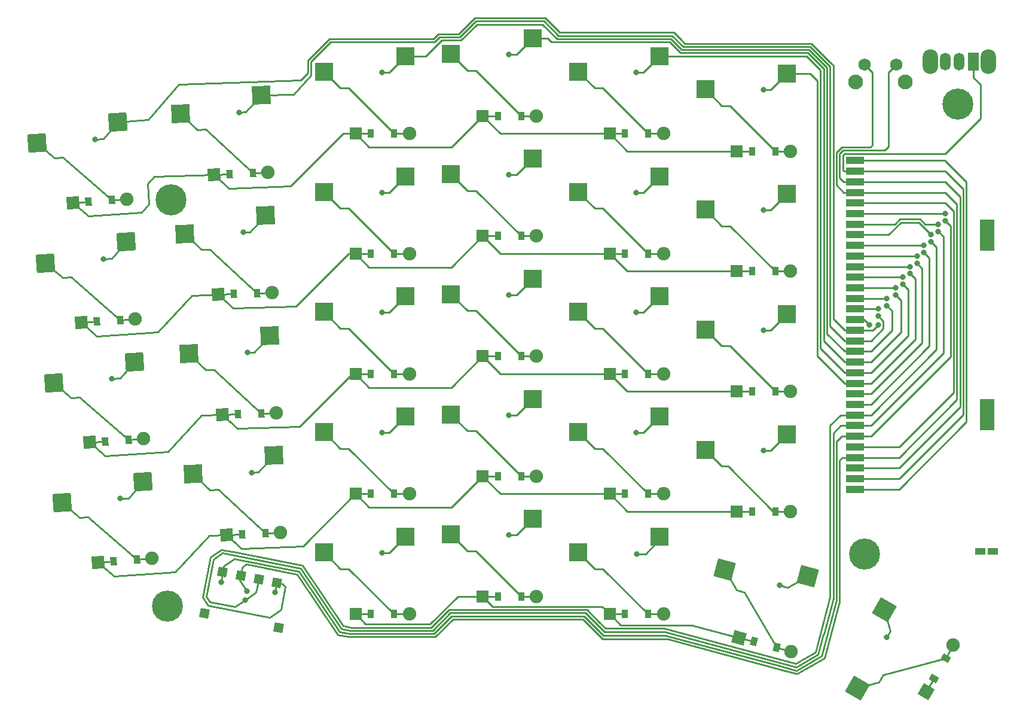
<source format=gbr>
%TF.GenerationSoftware,KiCad,Pcbnew,(6.0.11-0)*%
%TF.CreationDate,2023-06-20T20:04:49-05:00*%
%TF.ProjectId,typeboy,74797065-626f-4792-9e6b-696361645f70,v1.0.0*%
%TF.SameCoordinates,Original*%
%TF.FileFunction,Copper,L1,Top*%
%TF.FilePolarity,Positive*%
%FSLAX46Y46*%
G04 Gerber Fmt 4.6, Leading zero omitted, Abs format (unit mm)*
G04 Created by KiCad (PCBNEW (6.0.11-0)) date 2023-06-20 20:04:49*
%MOMM*%
%LPD*%
G01*
G04 APERTURE LIST*
G04 Aperture macros list*
%AMRotRect*
0 Rectangle, with rotation*
0 The origin of the aperture is its center*
0 $1 length*
0 $2 width*
0 $3 Rotation angle, in degrees counterclockwise*
0 Add horizontal line*
21,1,$1,$2,0,0,$3*%
G04 Aperture macros list end*
%TA.AperFunction,ComponentPad*%
%ADD10RotRect,1.778000X1.778000X4.000000*%
%TD*%
%TA.AperFunction,SMDPad,CuDef*%
%ADD11RotRect,0.900000X1.200000X4.000000*%
%TD*%
%TA.AperFunction,ComponentPad*%
%ADD12C,1.905000*%
%TD*%
%TA.AperFunction,SMDPad,CuDef*%
%ADD13R,0.900000X1.200000*%
%TD*%
%TA.AperFunction,ComponentPad*%
%ADD14R,1.778000X1.778000*%
%TD*%
%TA.AperFunction,ComponentPad*%
%ADD15RotRect,1.778000X1.778000X2.000000*%
%TD*%
%TA.AperFunction,SMDPad,CuDef*%
%ADD16RotRect,0.900000X1.200000X2.000000*%
%TD*%
%TA.AperFunction,SMDPad,CuDef*%
%ADD17R,2.600000X2.600000*%
%TD*%
%TA.AperFunction,SMDPad,CuDef*%
%ADD18RotRect,2.600000X2.600000X2.000000*%
%TD*%
%TA.AperFunction,ComponentPad*%
%ADD19O,2.200000X3.500000*%
%TD*%
%TA.AperFunction,ComponentPad*%
%ADD20R,1.500000X2.500000*%
%TD*%
%TA.AperFunction,ComponentPad*%
%ADD21O,1.500000X2.500000*%
%TD*%
%TA.AperFunction,SMDPad,CuDef*%
%ADD22RotRect,2.600000X2.600000X4.000000*%
%TD*%
%TA.AperFunction,ComponentPad*%
%ADD23C,0.700000*%
%TD*%
%TA.AperFunction,ComponentPad*%
%ADD24C,4.400000*%
%TD*%
%TA.AperFunction,SMDPad,CuDef*%
%ADD25RotRect,1.300000X1.300000X349.000000*%
%TD*%
%TA.AperFunction,SMDPad,CuDef*%
%ADD26RotRect,2.600000X2.600000X60.000000*%
%TD*%
%TA.AperFunction,ComponentPad*%
%ADD27C,2.100000*%
%TD*%
%TA.AperFunction,ComponentPad*%
%ADD28C,1.750000*%
%TD*%
%TA.AperFunction,SMDPad,CuDef*%
%ADD29RotRect,2.600000X2.600000X345.000000*%
%TD*%
%TA.AperFunction,SMDPad,CuDef*%
%ADD30R,2.500000X1.000000*%
%TD*%
%TA.AperFunction,SMDPad,CuDef*%
%ADD31R,2.000000X4.500000*%
%TD*%
%TA.AperFunction,ComponentPad*%
%ADD32RotRect,1.778000X1.778000X60.000000*%
%TD*%
%TA.AperFunction,SMDPad,CuDef*%
%ADD33RotRect,0.900000X1.200000X60.000000*%
%TD*%
%TA.AperFunction,ComponentPad*%
%ADD34RotRect,1.778000X1.778000X345.000000*%
%TD*%
%TA.AperFunction,SMDPad,CuDef*%
%ADD35RotRect,0.900000X1.200000X345.000000*%
%TD*%
%TA.AperFunction,ViaPad*%
%ADD36C,0.800000*%
%TD*%
%TA.AperFunction,Conductor*%
%ADD37C,0.250000*%
%TD*%
G04 APERTURE END LIST*
D10*
%TO.P,D2,1*%
%TO.N,row2*%
X70533541Y-173211506D03*
D11*
X72688279Y-173060832D03*
%TO.P,D2,2*%
%TO.N,outer_home*%
X75980241Y-172830636D03*
D12*
X78134979Y-172679962D03*
%TD*%
D13*
%TO.P,D26,1*%
%TO.N,row1*%
X164303498Y-149000430D03*
D14*
X162143498Y-149000430D03*
D12*
%TO.P,D26,2*%
%TO.N,inner_top*%
X169763498Y-149000430D03*
D13*
X167603498Y-149000430D03*
%TD*%
D15*
%TO.P,D8,1*%
%TO.N,row0*%
X88132611Y-135296916D03*
D16*
X90291295Y-135221533D03*
%TO.P,D8,2*%
%TO.N,pinky_num*%
X93589285Y-135106365D03*
D12*
X95747969Y-135030982D03*
%TD*%
D15*
%TO.P,D6,1*%
%TO.N,row2*%
X89319193Y-169276203D03*
D16*
X91477877Y-169200820D03*
D12*
%TO.P,D6,2*%
%TO.N,pinky_home*%
X96934551Y-169010269D03*
D16*
X94775867Y-169085652D03*
%TD*%
D17*
%TO.P,S15,1*%
%TO.N,col3*%
X133228500Y-167050421D03*
%TO.P,S15,2*%
%TO.N,middle_bottom*%
X121678500Y-169250421D03*
%TD*%
D13*
%TO.P,D25,1*%
%TO.N,row2*%
X164303496Y-166000428D03*
D14*
X162143496Y-166000428D03*
D12*
%TO.P,D25,2*%
%TO.N,inner_home*%
X169763496Y-166000428D03*
D13*
X167603496Y-166000428D03*
%TD*%
D17*
%TO.P,S16,1*%
%TO.N,col3*%
X133228489Y-150050416D03*
%TO.P,S16,2*%
%TO.N,middle_home*%
X121678489Y-152250416D03*
%TD*%
D18*
%TO.P,S7,1*%
%TO.N,col1*%
X95424441Y-141095966D03*
%TO.P,S7,2*%
%TO.N,pinky_top*%
X83958256Y-143697715D03*
%TD*%
D14*
%TO.P,D23,1*%
%TO.N,row0*%
X144143490Y-129500424D03*
D13*
X146303490Y-129500424D03*
%TO.P,D23,2*%
%TO.N,index_num*%
X149603490Y-129500424D03*
D12*
X151763490Y-129500424D03*
%TD*%
D14*
%TO.P,D10,1*%
%TO.N,row3*%
X108143499Y-180500426D03*
D13*
X110303499Y-180500426D03*
%TO.P,D10,2*%
%TO.N,ring_bottom*%
X113603499Y-180500426D03*
D12*
X115763499Y-180500426D03*
%TD*%
D17*
%TO.P,S21,1*%
%TO.N,col4*%
X151228500Y-152550426D03*
%TO.P,S21,2*%
%TO.N,index_home*%
X139678500Y-154750426D03*
%TD*%
%TO.P,S24,1*%
%TO.N,col5*%
X169228497Y-172050430D03*
%TO.P,S24,2*%
%TO.N,inner_bottom*%
X157678497Y-174250430D03*
%TD*%
D14*
%TO.P,D20,1*%
%TO.N,row3*%
X144143499Y-180500423D03*
D13*
X146303499Y-180500423D03*
D12*
%TO.P,D20,2*%
%TO.N,index_bottom*%
X151763499Y-180500423D03*
D13*
X149603499Y-180500423D03*
%TD*%
D19*
%TO.P,REF\u002A\u002A,*%
%TO.N,*%
X197753492Y-119350421D03*
X189553492Y-119350421D03*
D20*
%TO.P,REF\u002A\u002A,1*%
%TO.N,BATIN*%
X195653492Y-119350421D03*
D21*
%TO.P,REF\u002A\u002A,2*%
%TO.N,BATOUT*%
X193653492Y-119350421D03*
%TO.P,REF\u002A\u002A,3*%
%TO.N,N/C*%
X191653492Y-119350421D03*
%TD*%
D14*
%TO.P,D24,1*%
%TO.N,row3*%
X162143494Y-183000424D03*
D13*
X164303494Y-183000424D03*
%TO.P,D24,2*%
%TO.N,inner_bottom*%
X167603494Y-183000424D03*
D12*
X169763494Y-183000424D03*
%TD*%
D17*
%TO.P,S19,1*%
%TO.N,col3*%
X151228497Y-186550421D03*
%TO.P,S19,2*%
%TO.N,index_mod*%
X139678497Y-188750421D03*
%TD*%
D14*
%TO.P,D18,1*%
%TO.N,row0*%
X126143491Y-127000419D03*
D13*
X128303491Y-127000419D03*
D12*
%TO.P,D18,2*%
%TO.N,middle_num*%
X133763491Y-127000419D03*
D13*
X131603491Y-127000419D03*
%TD*%
D22*
%TO.P,S1,1*%
%TO.N,col0*%
X78023296Y-178752551D03*
%TO.P,S1,2*%
%TO.N,outer_bottom*%
X66654896Y-181752880D03*
%TD*%
D17*
%TO.P,S10,1*%
%TO.N,col2*%
X115228490Y-169550431D03*
%TO.P,S10,2*%
%TO.N,ring_bottom*%
X103678490Y-171750431D03*
%TD*%
D14*
%TO.P,D11,1*%
%TO.N,row2*%
X108143491Y-163500423D03*
D13*
X110303491Y-163500423D03*
D12*
%TO.P,D11,2*%
%TO.N,ring_home*%
X115763491Y-163500423D03*
D13*
X113603491Y-163500423D03*
%TD*%
D17*
%TO.P,S14,1*%
%TO.N,col2*%
X133228497Y-184050422D03*
%TO.P,S14,2*%
%TO.N,middle_mod*%
X121678497Y-186250422D03*
%TD*%
%TO.P,S11,1*%
%TO.N,col2*%
X115228497Y-152550426D03*
%TO.P,S11,2*%
%TO.N,ring_home*%
X103678497Y-154750426D03*
%TD*%
D16*
%TO.P,D5,1*%
%TO.N,row3*%
X92071165Y-186190471D03*
D15*
X89912481Y-186265854D03*
D16*
%TO.P,D5,2*%
%TO.N,pinky_bottom*%
X95369155Y-186075303D03*
D12*
X97527839Y-185999920D03*
%TD*%
D18*
%TO.P,S8,1*%
%TO.N,col1*%
X94831149Y-124106321D03*
%TO.P,S8,2*%
%TO.N,pinky_num*%
X83364964Y-126708070D03*
%TD*%
D17*
%TO.P,S26,1*%
%TO.N,col5*%
X169228500Y-138050419D03*
%TO.P,S26,2*%
%TO.N,inner_top*%
X157678500Y-140250419D03*
%TD*%
%TO.P,S27,1*%
%TO.N,col5*%
X169228502Y-121050420D03*
%TO.P,S27,2*%
%TO.N,inner_num*%
X157678502Y-123250420D03*
%TD*%
D11*
%TO.P,D1,1*%
%TO.N,row3*%
X73874136Y-190019429D03*
D10*
X71719398Y-190170103D03*
D12*
%TO.P,D1,2*%
%TO.N,outer_bottom*%
X79320836Y-189638559D03*
D11*
X77166098Y-189789233D03*
%TD*%
D23*
%TO.P,_1,1*%
%TO.N,N/C*%
X181420223Y-190217152D03*
D24*
X180253497Y-189050426D03*
D23*
X180253497Y-190700426D03*
X181420223Y-187883700D03*
X178603497Y-189050426D03*
X179086771Y-187883700D03*
X179086771Y-190217152D03*
X181903497Y-189050426D03*
X180253497Y-187400426D03*
%TD*%
D10*
%TO.P,D3,1*%
%TO.N,row1*%
X69347675Y-156252919D03*
D11*
X71502413Y-156102245D03*
%TO.P,D3,2*%
%TO.N,outer_top*%
X74794375Y-155872049D03*
D12*
X76949113Y-155721375D03*
%TD*%
D17*
%TO.P,S12,1*%
%TO.N,col2*%
X115228492Y-135550421D03*
%TO.P,S12,2*%
%TO.N,ring_top*%
X103678492Y-137750421D03*
%TD*%
D24*
%TO.P,_4,1*%
%TO.N,N/C*%
X82045650Y-138894545D03*
D23*
X82132004Y-140542284D03*
X83693389Y-138808191D03*
X80819461Y-137790480D03*
X83271839Y-139998610D03*
X83149715Y-137668356D03*
X81959296Y-137246806D03*
X80941585Y-140120734D03*
X80397911Y-138980899D03*
%TD*%
D16*
%TO.P,D7,1*%
%TO.N,row1*%
X90884587Y-152211177D03*
D15*
X88725903Y-152286560D03*
D16*
%TO.P,D7,2*%
%TO.N,pinky_top*%
X94182577Y-152096009D03*
D12*
X96341261Y-152020626D03*
%TD*%
D22*
%TO.P,S2,1*%
%TO.N,col0*%
X76837444Y-161793953D03*
%TO.P,S2,2*%
%TO.N,outer_home*%
X65469044Y-164794282D03*
%TD*%
D25*
%TO.P,REF\u002A\u002A,1*%
%TO.N,MISO*%
X97001251Y-193035153D03*
%TO.P,REF\u002A\u002A,2*%
%TO.N,NFC0*%
X94449020Y-192539050D03*
%TO.P,REF\u002A\u002A,3*%
%TO.N,GND*%
X91896790Y-192042946D03*
%TO.P,REF\u002A\u002A,4*%
%TO.N,NFC1*%
X89344559Y-191546843D03*
%TO.P,REF\u002A\u002A,MP*%
%TO.N,N/C*%
X97232054Y-199446996D03*
X86728643Y-197405340D03*
%TD*%
D14*
%TO.P,D15,1*%
%TO.N,row3*%
X126143496Y-178000420D03*
D13*
X128303496Y-178000420D03*
%TO.P,D15,2*%
%TO.N,middle_bottom*%
X131603496Y-178000420D03*
D12*
X133763496Y-178000420D03*
%TD*%
D13*
%TO.P,D12,1*%
%TO.N,row1*%
X110303496Y-146500429D03*
D14*
X108143496Y-146500429D03*
D12*
%TO.P,D12,2*%
%TO.N,ring_top*%
X115763496Y-146500429D03*
D13*
X113603496Y-146500429D03*
%TD*%
D26*
%TO.P,S29,1*%
%TO.N,col5*%
X183056860Y-196847937D03*
%TO.P,S29,2*%
%TO.N,space_cluster*%
X179187116Y-207950530D03*
%TD*%
D11*
%TO.P,D4,1*%
%TO.N,row0*%
X70316557Y-139143659D03*
D10*
X68161819Y-139294333D03*
D12*
%TO.P,D4,2*%
%TO.N,outer_num*%
X75763257Y-138762789D03*
D11*
X73608519Y-138913463D03*
%TD*%
D17*
%TO.P,S17,1*%
%TO.N,col3*%
X133228498Y-133050422D03*
%TO.P,S17,2*%
%TO.N,middle_top*%
X121678498Y-135250422D03*
%TD*%
D13*
%TO.P,D19,1*%
%TO.N,row4*%
X146303499Y-197500423D03*
D14*
X144143499Y-197500423D03*
D13*
%TO.P,D19,2*%
%TO.N,index_mod*%
X149603499Y-197500423D03*
D12*
X151763499Y-197500423D03*
%TD*%
D14*
%TO.P,D14,1*%
%TO.N,row4*%
X126143495Y-195000421D03*
D13*
X128303495Y-195000421D03*
%TO.P,D14,2*%
%TO.N,middle_mod*%
X131603495Y-195000421D03*
D12*
X133763495Y-195000421D03*
%TD*%
D27*
%TO.P,REF\u002A\u002A,*%
%TO.N,*%
X179003497Y-122222924D03*
X186013497Y-122222924D03*
D28*
%TO.P,REF\u002A\u002A,1*%
%TO.N,GND*%
X180253497Y-119732924D03*
%TO.P,REF\u002A\u002A,2*%
%TO.N,RST*%
X184753497Y-119732924D03*
%TD*%
D18*
%TO.P,S5,1*%
%TO.N,col1*%
X96611024Y-175075245D03*
%TO.P,S5,2*%
%TO.N,pinky_bottom*%
X85144839Y-177676994D03*
%TD*%
D17*
%TO.P,S22,1*%
%TO.N,col4*%
X151228498Y-135550425D03*
%TO.P,S22,2*%
%TO.N,index_top*%
X139678498Y-137750425D03*
%TD*%
D22*
%TO.P,S4,1*%
%TO.N,col0*%
X74465724Y-127876777D03*
%TO.P,S4,2*%
%TO.N,outer_num*%
X63097324Y-130877106D03*
%TD*%
D13*
%TO.P,D9,1*%
%TO.N,row4*%
X110303495Y-197500424D03*
D14*
X108143495Y-197500424D03*
D12*
%TO.P,D9,2*%
%TO.N,ring_mod*%
X115763495Y-197500424D03*
D13*
X113603495Y-197500424D03*
%TD*%
D23*
%TO.P,_3,1*%
%TO.N,N/C*%
X82570536Y-195158576D03*
X81603137Y-198049828D03*
X82733310Y-197486344D03*
X83134020Y-196288749D03*
D24*
X81488039Y-196403847D03*
D23*
X79842058Y-196518945D03*
X81372941Y-194757866D03*
X80405542Y-197649118D03*
X80242768Y-195321350D03*
%TD*%
D13*
%TO.P,D22,1*%
%TO.N,row1*%
X146303495Y-146500424D03*
D14*
X144143495Y-146500424D03*
D12*
%TO.P,D22,2*%
%TO.N,index_top*%
X151763495Y-146500424D03*
D13*
X149603495Y-146500424D03*
%TD*%
D17*
%TO.P,S25,1*%
%TO.N,col5*%
X169228500Y-155050424D03*
%TO.P,S25,2*%
%TO.N,inner_home*%
X157678500Y-157250424D03*
%TD*%
D29*
%TO.P,S28,1*%
%TO.N,col4*%
X172156876Y-192100783D03*
%TO.P,S28,2*%
%TO.N,layer_cluster*%
X160431031Y-191236460D03*
%TD*%
D17*
%TO.P,S13,1*%
%TO.N,col2*%
X115228493Y-118550418D03*
%TO.P,S13,2*%
%TO.N,ring_num*%
X103678493Y-120750418D03*
%TD*%
D30*
%TO.P,J2,1*%
%TO.N,BATOUT*%
X178903504Y-133337934D03*
%TO.P,J2,2*%
%TO.N,BATIN*%
X178903504Y-134837934D03*
%TO.P,J2,3*%
%TO.N,RST*%
X178903504Y-136337934D03*
%TO.P,J2,4*%
%TO.N,GND*%
X178903504Y-137837934D03*
%TO.P,J2,5*%
%TO.N,VCC*%
X178903504Y-139337934D03*
%TO.P,J2,6*%
%TO.N,MOSI*%
X178903504Y-140837934D03*
%TO.P,J2,7*%
%TO.N,MISO*%
X178903504Y-142337934D03*
%TO.P,J2,8*%
%TO.N,SCK*%
X178903504Y-143837934D03*
%TO.P,J2,9*%
%TO.N,IO_CS*%
X178903504Y-145337934D03*
%TO.P,J2,10*%
%TO.N,row5*%
X178903504Y-146837934D03*
%TO.P,J2,11*%
%TO.N,row4*%
X178903504Y-148337934D03*
%TO.P,J2,12*%
%TO.N,row3*%
X178903504Y-149837934D03*
%TO.P,J2,13*%
%TO.N,row2*%
X178903504Y-151337934D03*
%TO.P,J2,14*%
%TO.N,row1*%
X178903504Y-152837934D03*
%TO.P,J2,15*%
%TO.N,row0*%
X178903504Y-154337934D03*
%TO.P,J2,16*%
%TO.N,LCD_CS*%
X178903504Y-155837934D03*
%TO.P,J2,17*%
%TO.N,col0*%
X178903504Y-157337934D03*
%TO.P,J2,18*%
%TO.N,col1*%
X178903504Y-158837934D03*
%TO.P,J2,19*%
%TO.N,col2*%
X178903504Y-160337934D03*
%TO.P,J2,20*%
%TO.N,col3*%
X178903504Y-161837934D03*
%TO.P,J2,21*%
%TO.N,col4*%
X178903504Y-163337934D03*
%TO.P,J2,22*%
%TO.N,col5*%
X178903504Y-164837934D03*
%TO.P,J2,23*%
%TO.N,col6*%
X178903504Y-166337934D03*
%TO.P,J2,24*%
%TO.N,col7*%
X178903504Y-167837934D03*
%TO.P,J2,25*%
%TO.N,MISO*%
X178903504Y-169337934D03*
%TO.P,J2,26*%
%TO.N,NFC0*%
X178903504Y-170837934D03*
%TO.P,J2,27*%
%TO.N,NFC1*%
X178903504Y-172337934D03*
%TO.P,J2,28*%
%TO.N,VCC*%
X178903504Y-173837934D03*
%TO.P,J2,29*%
%TO.N,GND*%
X178903504Y-175337934D03*
%TO.P,J2,30*%
%TO.N,RST*%
X178903504Y-176837934D03*
%TO.P,J2,31*%
%TO.N,BATIN*%
X178903504Y-178337934D03*
%TO.P,J2,32*%
%TO.N,BATOUT*%
X178903504Y-179837934D03*
D31*
%TO.P,J2,GND*%
%TO.N,N/C*%
X197574304Y-143905894D03*
X197574304Y-169269974D03*
%TD*%
D17*
%TO.P,S18,1*%
%TO.N,col3*%
X133228497Y-116050422D03*
%TO.P,S18,2*%
%TO.N,middle_num*%
X121678497Y-118250422D03*
%TD*%
D14*
%TO.P,D16,1*%
%TO.N,row2*%
X126143504Y-161000422D03*
D13*
X128303504Y-161000422D03*
D12*
%TO.P,D16,2*%
%TO.N,middle_home*%
X133763504Y-161000422D03*
D13*
X131603504Y-161000422D03*
%TD*%
D32*
%TO.P,D29,1*%
%TO.N,row4*%
X188997338Y-208458723D03*
D33*
X190077338Y-206588108D03*
D12*
%TO.P,D29,2*%
%TO.N,space_cluster*%
X192807338Y-201859609D03*
D33*
X191727338Y-203730224D03*
%TD*%
D13*
%TO.P,D21,1*%
%TO.N,row2*%
X146303498Y-163500424D03*
D14*
X144143498Y-163500424D03*
D12*
%TO.P,D21,2*%
%TO.N,index_home*%
X151763498Y-163500424D03*
D13*
X149603498Y-163500424D03*
%TD*%
%TO.P,D27,1*%
%TO.N,row0*%
X164303496Y-132000423D03*
D14*
X162143496Y-132000423D03*
D13*
%TO.P,D27,2*%
%TO.N,inner_num*%
X167603496Y-132000423D03*
D12*
X169763496Y-132000423D03*
%TD*%
D17*
%TO.P,S23,1*%
%TO.N,col4*%
X151228492Y-118550424D03*
%TO.P,S23,2*%
%TO.N,index_num*%
X139678492Y-120750424D03*
%TD*%
D13*
%TO.P,D17,1*%
%TO.N,row1*%
X128303498Y-144000427D03*
D14*
X126143498Y-144000427D03*
D13*
%TO.P,D17,2*%
%TO.N,middle_top*%
X131603498Y-144000427D03*
D12*
X133763498Y-144000427D03*
%TD*%
D23*
%TO.P,_2,1*%
%TO.N,N/C*%
X194620221Y-124133695D03*
D24*
X193453495Y-125300421D03*
D23*
X193453495Y-126950421D03*
X191803495Y-125300421D03*
X194620221Y-126467147D03*
X192286769Y-126467147D03*
X192286769Y-124133695D03*
X193453495Y-123650421D03*
X195103495Y-125300421D03*
%TD*%
D22*
%TO.P,S3,1*%
%TO.N,col0*%
X75651592Y-144835371D03*
%TO.P,S3,2*%
%TO.N,outer_top*%
X64283192Y-147835700D03*
%TD*%
D17*
%TO.P,S20,1*%
%TO.N,col4*%
X151228493Y-169550428D03*
%TO.P,S20,2*%
%TO.N,index_bottom*%
X139678493Y-171750428D03*
%TD*%
D18*
%TO.P,S6,1*%
%TO.N,col1*%
X96017728Y-158085602D03*
%TO.P,S6,2*%
%TO.N,pinky_home*%
X84551543Y-160687351D03*
%TD*%
D34*
%TO.P,D28,1*%
%TO.N,row4*%
X162479227Y-200843955D03*
D35*
X164565626Y-201403005D03*
%TO.P,D28,2*%
%TO.N,layer_cluster*%
X167753182Y-202257107D03*
D12*
X169839581Y-202816157D03*
%TD*%
D17*
%TO.P,S9,1*%
%TO.N,col1*%
X115228497Y-186550422D03*
%TO.P,S9,2*%
%TO.N,ring_mod*%
X103678497Y-188750422D03*
%TD*%
D14*
%TO.P,D13,1*%
%TO.N,row0*%
X108143487Y-129500427D03*
D13*
X110303487Y-129500427D03*
%TO.P,D13,2*%
%TO.N,ring_num*%
X113603487Y-129500427D03*
D12*
X115763487Y-129500427D03*
%TD*%
D36*
%TO.N,col0*%
X73679194Y-164217128D03*
X74865060Y-181175717D03*
X71307486Y-130299952D03*
X182149494Y-156587939D03*
X72493345Y-147258539D03*
%TO.N,col1*%
X182149497Y-155337924D03*
X92236575Y-143489956D03*
X91643286Y-126500316D03*
X92829878Y-160479607D03*
X93423164Y-177469245D03*
X111899500Y-188837929D03*
%TO.N,col2*%
X111899495Y-137837925D03*
X129899495Y-186337927D03*
X111899490Y-120837926D03*
X111899507Y-154837924D03*
X111899497Y-171837937D03*
X183399490Y-153837923D03*
%TO.N,col3*%
X129899494Y-118337933D03*
X184649503Y-152337439D03*
X129899488Y-152337928D03*
X129899499Y-169337926D03*
X148000000Y-189000000D03*
X129899498Y-135337933D03*
%TO.N,col4*%
X147899486Y-120837938D03*
X168225583Y-193415201D03*
X147899504Y-171837930D03*
X147899496Y-154837929D03*
X185649498Y-150837936D03*
X147899501Y-137837927D03*
%TO.N,col5*%
X165899491Y-174337927D03*
X165899497Y-157337931D03*
X183369729Y-200769553D03*
X165899499Y-140337932D03*
X165899497Y-123337931D03*
X186649496Y-149337929D03*
%TO.N,row3*%
X185649491Y-149837934D03*
%TO.N,row2*%
X184649491Y-151337937D03*
%TO.N,row1*%
X183399499Y-152837938D03*
%TO.N,row0*%
X182149492Y-154337930D03*
%TO.N,row4*%
X186649508Y-148337927D03*
%TO.N,GND*%
X92775228Y-194273683D03*
%TO.N,MOSI*%
X191649496Y-140837935D03*
%TO.N,MISO*%
X189649494Y-144837935D03*
X96777983Y-194427370D03*
X190649499Y-142337933D03*
%TO.N,SCK*%
X189649498Y-143837933D03*
%TO.N,IO_CS*%
X188649499Y-145337935D03*
%TO.N,row5*%
X187649496Y-146837933D03*
%TO.N,LCD_CS*%
X180899495Y-156587926D03*
%TO.N,col6*%
X187649499Y-147837926D03*
%TO.N,col7*%
X188649494Y-146337438D03*
%TO.N,NFC0*%
X190649498Y-143337925D03*
X92536719Y-195500713D03*
%TO.N,NFC1*%
X191649493Y-141837934D03*
X89170370Y-192948598D03*
%TD*%
D37*
%TO.N,col0*%
X122754184Y-115401608D02*
X121626977Y-115401608D01*
X101376978Y-119165208D02*
X101376972Y-120801604D01*
X72427370Y-130221644D02*
X74465721Y-127876770D01*
X181399494Y-157337934D02*
X182149494Y-156587939D01*
X175799493Y-120301605D02*
X175799499Y-119806023D01*
X78800987Y-127573624D02*
X83148030Y-122572926D01*
X74465722Y-127876771D02*
X78800987Y-127573624D01*
X73679194Y-164217128D02*
X74799097Y-164138823D01*
X125004179Y-113151608D02*
X122754184Y-115401608D01*
X75984953Y-181097408D02*
X78023306Y-178752548D01*
X150376974Y-115201602D02*
X137049764Y-115201609D01*
X154734971Y-116750426D02*
X154206569Y-116222005D01*
X175535889Y-119542416D02*
X172743899Y-116750423D01*
X178903499Y-157337927D02*
X181399494Y-157337934D01*
X175799498Y-155724132D02*
X177413300Y-157337933D01*
X171998313Y-116750421D02*
X167626975Y-116750428D01*
X134999768Y-113151608D02*
X131376980Y-113151606D01*
X175799499Y-137124326D02*
X175799498Y-155724132D01*
X172743899Y-116750423D02*
X171998313Y-116750421D01*
X74865060Y-181175717D02*
X75984953Y-181097408D01*
X137049764Y-115201609D02*
X136138370Y-114290217D01*
X119190578Y-116101607D02*
X117626974Y-116101604D01*
X100387517Y-121970911D02*
X83148030Y-122572926D01*
X101380613Y-120905947D02*
X100387517Y-121970911D01*
X102308775Y-118233407D02*
X101376978Y-119165208D01*
X167626975Y-116750428D02*
X154734971Y-116750426D01*
X119890579Y-115401604D02*
X119190578Y-116101607D01*
X178903503Y-157337932D02*
X177413300Y-157337933D01*
X117626974Y-116101604D02*
X104440581Y-116101602D01*
X104440581Y-116101602D02*
X102308775Y-118233407D01*
X74799097Y-164138823D02*
X76837448Y-161793963D01*
X72493345Y-147258539D02*
X73613234Y-147180231D01*
X73613234Y-147180231D02*
X75651595Y-144835371D01*
X175799499Y-119806023D02*
X175535889Y-119542416D01*
X101376972Y-120801604D02*
X101380613Y-120905947D01*
X71307486Y-130299952D02*
X72427370Y-130221644D01*
X175799499Y-137124326D02*
X175799493Y-120301605D01*
X154206569Y-116222005D02*
X153186161Y-115201607D01*
X153186161Y-115201607D02*
X150376974Y-115201602D01*
X121626977Y-115401608D02*
X119890579Y-115401604D01*
X136138370Y-114290217D02*
X134999768Y-113151608D01*
X131376980Y-113151606D02*
X125004179Y-113151608D01*
%TO.N,outer_bottom*%
X70225264Y-183755653D02*
X69053130Y-183837619D01*
X69053130Y-183837619D02*
X66654900Y-181752873D01*
X77166095Y-189789230D02*
X70225264Y-183755653D01*
X77166095Y-189789230D02*
X79320836Y-189638558D01*
%TO.N,outer_home*%
X67867276Y-166879030D02*
X65469054Y-164794288D01*
X75980237Y-172830638D02*
X69039409Y-166797071D01*
X69039409Y-166797071D02*
X67867276Y-166879030D01*
X75980237Y-172830638D02*
X78134978Y-172679968D01*
%TO.N,outer_top*%
X67853553Y-149838481D02*
X66681412Y-149920441D01*
X66681412Y-149920441D02*
X64283189Y-147835701D01*
X74794379Y-155872048D02*
X76949119Y-155721374D01*
X74794379Y-155872048D02*
X67853553Y-149838481D01*
%TO.N,outer_num*%
X66667690Y-132879892D02*
X65495550Y-132961854D01*
X73608512Y-138913462D02*
X66667690Y-132879892D01*
X65495550Y-132961854D02*
X63097320Y-130877104D01*
X75763257Y-138762779D02*
X73608512Y-138913462D01*
%TO.N,col1*%
X92236575Y-143489956D02*
X93224160Y-143455471D01*
X182899495Y-157087933D02*
X182899501Y-156087931D01*
X101876974Y-121301609D02*
X101876975Y-119301606D01*
X182899501Y-156087931D02*
X182149497Y-155337924D01*
X120076974Y-115851606D02*
X122940577Y-115851609D01*
X92829878Y-160479607D02*
X93817452Y-160445118D01*
X175349497Y-119992420D02*
X175349493Y-137310725D01*
X152999774Y-115651607D02*
X154548584Y-117200426D01*
X178903500Y-158837933D02*
X177413300Y-158837931D01*
X94410748Y-177434756D02*
X96611027Y-175075253D01*
X175349493Y-137310725D02*
X175349493Y-156774123D01*
X93423164Y-177469245D02*
X94410748Y-177434756D01*
X181149496Y-158837929D02*
X182899495Y-157087933D01*
X154548584Y-117200426D02*
X172557500Y-117200424D01*
X134813372Y-113601601D02*
X136863372Y-115651607D01*
X91643286Y-126500316D02*
X92630871Y-126465826D01*
X119376973Y-116551603D02*
X120076974Y-115851606D01*
X136863372Y-115651607D02*
X152999774Y-115651607D01*
X177413300Y-158837931D02*
X175349493Y-156774123D01*
X104626971Y-116551608D02*
X119376973Y-116551603D01*
X178903495Y-158837932D02*
X181149496Y-158837929D01*
X172557500Y-117200424D02*
X175349497Y-119992420D01*
X112940984Y-188837936D02*
X115228501Y-186550422D01*
X93817452Y-160445118D02*
X96017732Y-158085611D01*
X122940577Y-115851609D02*
X125190578Y-113601602D01*
X99410659Y-123946404D02*
X101876974Y-121301609D01*
X92630871Y-126465826D02*
X94831150Y-124106317D01*
X125190578Y-113601602D02*
X134813372Y-113601601D01*
X111899500Y-188837929D02*
X112940984Y-188837936D01*
X101876975Y-119301606D02*
X104626971Y-116551608D01*
X94831148Y-124106321D02*
X99410659Y-123946404D01*
X93224160Y-143455471D02*
X95424437Y-141095967D01*
%TO.N,pinky_bottom*%
X88730338Y-179884497D02*
X87556056Y-179925509D01*
X87556056Y-179925509D02*
X85144839Y-177676998D01*
X97527842Y-185999912D02*
X95369158Y-186075298D01*
X95369158Y-186075298D02*
X88730338Y-179884497D01*
%TO.N,pinky_home*%
X94775872Y-169085653D02*
X88137050Y-162894855D01*
X88137050Y-162894855D02*
X86962770Y-162935857D01*
X94775872Y-169085653D02*
X96934553Y-169010271D01*
X86962770Y-162935857D02*
X84551538Y-160687356D01*
%TO.N,pinky_top*%
X87543761Y-145905207D02*
X86369466Y-145946217D01*
X94182571Y-152096012D02*
X87543761Y-145905207D01*
X96341254Y-152020620D02*
X94182571Y-152096012D01*
X86369466Y-145946217D02*
X83958255Y-143697715D01*
%TO.N,pinky_num*%
X85776185Y-128956569D02*
X83364962Y-126708066D01*
X93589287Y-135106361D02*
X86950468Y-128915564D01*
X93589287Y-135106361D02*
X95747963Y-135030981D01*
X86950468Y-128915564D02*
X85776185Y-128956569D01*
%TO.N,col2*%
X112940982Y-154837930D02*
X115228497Y-152550421D01*
X178903504Y-160337934D02*
X177413300Y-160337936D01*
X111899507Y-154837924D02*
X112940982Y-154837930D01*
X134626978Y-114051604D02*
X125376983Y-114051610D01*
X174899495Y-157824131D02*
X174899495Y-120178814D01*
X129899495Y-186337927D02*
X130940988Y-186337931D01*
X172371096Y-117650422D02*
X154362186Y-117650421D01*
X125376983Y-114051610D02*
X123126972Y-116301603D01*
X178903491Y-160337932D02*
X181149492Y-160337930D01*
X111899497Y-171837937D02*
X112940989Y-171837929D01*
X130940988Y-186337931D02*
X133228501Y-184050425D01*
X152813365Y-116101605D02*
X136676976Y-116101604D01*
X120376977Y-116301609D02*
X118128165Y-118550425D01*
X112940989Y-171837929D02*
X115228498Y-169550426D01*
X123126972Y-116301603D02*
X120376977Y-116301609D01*
X154362186Y-117650421D02*
X152813365Y-116101605D01*
X184149503Y-157337934D02*
X184149497Y-154587933D01*
X184149497Y-154587933D02*
X183399490Y-153837923D01*
X174899495Y-120178814D02*
X172371096Y-117650422D01*
X177413300Y-160337936D02*
X174899495Y-157824131D01*
X112940987Y-137837936D02*
X115228495Y-135550425D01*
X111899495Y-137837925D02*
X112940987Y-137837936D01*
X181149492Y-160337930D02*
X184149503Y-157337934D01*
X111899490Y-120837926D02*
X112940989Y-120837934D01*
X118128165Y-118550425D02*
X115228486Y-118550423D01*
X136676976Y-116101604D02*
X134626978Y-114051604D01*
X112940989Y-120837934D02*
X115228490Y-118550425D01*
%TO.N,ring_mod*%
X107191009Y-191087933D02*
X106016007Y-191087930D01*
X106016007Y-191087930D02*
X103678494Y-188750419D01*
X113603502Y-197500433D02*
X115763496Y-197500424D01*
X113603502Y-197500433D02*
X107191009Y-191087933D01*
%TO.N,ring_bottom*%
X106016005Y-174087936D02*
X103678495Y-171750419D01*
X113603491Y-180500427D02*
X115763495Y-180500426D01*
X113603491Y-180500427D02*
X107191003Y-174087935D01*
X107191003Y-174087935D02*
X106016005Y-174087936D01*
%TO.N,ring_home*%
X113603495Y-163500429D02*
X107191003Y-157087930D01*
X113603495Y-163500429D02*
X115763494Y-163500424D01*
X106016007Y-157087930D02*
X103678497Y-154750428D01*
X107191003Y-157087930D02*
X106016007Y-157087930D01*
%TO.N,ring_top*%
X113603494Y-146500416D02*
X115763501Y-146500427D01*
X107191004Y-140087926D02*
X106016003Y-140087929D01*
X106016003Y-140087929D02*
X103678496Y-137750430D01*
X113603494Y-146500416D02*
X107191004Y-140087926D01*
%TO.N,ring_num*%
X106016004Y-123087935D02*
X106399488Y-123087932D01*
X113603502Y-129500422D02*
X107191009Y-123087933D01*
X115763494Y-129500421D02*
X113603502Y-129500422D01*
X103678492Y-120750431D02*
X106016004Y-123087935D01*
X107191009Y-123087933D02*
X106399488Y-123087932D01*
%TO.N,col3*%
X181149502Y-161837927D02*
X185399493Y-157587933D01*
X174449495Y-158874117D02*
X174449498Y-120365210D01*
X129899498Y-135337933D02*
X130940991Y-135337925D01*
X148000000Y-189000000D02*
X149228914Y-189000000D01*
X178903490Y-161837928D02*
X181149502Y-161837927D01*
X154175791Y-118100423D02*
X152626980Y-116551602D01*
X172184710Y-118100423D02*
X154175791Y-118100423D01*
X130940988Y-169337935D02*
X133228500Y-167050423D01*
X129899499Y-169337926D02*
X130940988Y-169337935D01*
X178903497Y-161837934D02*
X177413297Y-161837934D01*
X185399493Y-157587933D02*
X185399501Y-153087431D01*
X174449498Y-120365210D02*
X172184710Y-118100423D01*
X177413297Y-161837934D02*
X177413297Y-161837919D01*
X149228914Y-189000000D02*
X151228497Y-187000417D01*
X129899494Y-118337933D02*
X130940987Y-118337927D01*
X130940995Y-152337936D02*
X133228496Y-150050429D01*
X135375792Y-116050421D02*
X133228499Y-116050416D01*
X130940987Y-118337927D02*
X133228499Y-116050421D01*
X130940991Y-135337925D02*
X133228492Y-133050419D01*
X177413297Y-161837919D02*
X174449495Y-158874117D01*
X135876971Y-116551604D02*
X135375792Y-116050421D01*
X152626980Y-116551602D02*
X135876971Y-116551604D01*
X185399501Y-153087431D02*
X184649503Y-152337439D01*
X129899488Y-152337928D02*
X130940995Y-152337936D01*
%TO.N,middle_mod*%
X131603497Y-195000424D02*
X125191011Y-188587938D01*
X125191011Y-188587938D02*
X124016001Y-188587933D01*
X131603497Y-195000424D02*
X133763499Y-195000417D01*
X124016001Y-188587933D02*
X121678503Y-186250420D01*
%TO.N,middle_bottom*%
X125191007Y-171587931D02*
X124016003Y-171587929D01*
X124016003Y-171587929D02*
X121678499Y-169250422D01*
X131603496Y-178000424D02*
X125191007Y-171587931D01*
X131603496Y-178000424D02*
X133763497Y-178000424D01*
%TO.N,middle_home*%
X131603502Y-161000424D02*
X133763499Y-161000420D01*
X125191003Y-154587930D02*
X124016003Y-154587932D01*
X131603493Y-161000425D02*
X125191003Y-154587930D01*
X124016003Y-154587932D02*
X121678492Y-152250419D01*
%TO.N,middle_top*%
X125191002Y-137587934D02*
X124016009Y-137587925D01*
X133763492Y-144000418D02*
X131603496Y-144000421D01*
X124016009Y-137587925D02*
X121678492Y-135250423D01*
X131603496Y-144000421D02*
X125191002Y-137587934D01*
%TO.N,middle_num*%
X131603493Y-127000424D02*
X125191007Y-120587925D01*
X125191007Y-120587925D02*
X124016003Y-120587927D01*
X131603493Y-127000424D02*
X133763497Y-127000420D01*
X124016003Y-120587927D02*
X121678496Y-118250423D01*
%TO.N,col4*%
X186399498Y-151587929D02*
X185649498Y-150837936D01*
X168225583Y-193415201D02*
X169355747Y-193718028D01*
X147899504Y-171837930D02*
X148940983Y-171837937D01*
X177413298Y-163337935D02*
X177413298Y-163337927D01*
X148940987Y-154837934D02*
X151228493Y-152550418D01*
X151228498Y-118550426D02*
X171998314Y-118550425D01*
X147899501Y-137837927D02*
X148940984Y-137837936D01*
X173999497Y-120551608D02*
X173999497Y-159924126D01*
X148940983Y-171837937D02*
X151228500Y-169550424D01*
X171998314Y-118550425D02*
X173999497Y-120551608D01*
X186399497Y-158087939D02*
X186399498Y-151587929D01*
X181149499Y-163337930D02*
X186399497Y-158087939D01*
X178903491Y-163337931D02*
X181149499Y-163337930D01*
X147899486Y-120837938D02*
X148940987Y-120837938D01*
X178903499Y-163337934D02*
X177413298Y-163337935D01*
X147899496Y-154837929D02*
X148940987Y-154837934D01*
X148940984Y-137837936D02*
X151228497Y-135550419D01*
X169355747Y-193718028D02*
X172156877Y-192100789D01*
X177413298Y-163337927D02*
X173999497Y-159924126D01*
X148940987Y-120837938D02*
X151228490Y-118550428D01*
%TO.N,index_mod*%
X151763494Y-197500422D02*
X149603493Y-197500428D01*
X149603493Y-197500428D02*
X143191006Y-191087922D01*
X142016011Y-191087938D02*
X139678500Y-188750426D01*
X143191006Y-191087922D02*
X142016011Y-191087938D01*
%TO.N,index_bottom*%
X143191007Y-174087928D02*
X142016006Y-174087925D01*
X149603492Y-180500423D02*
X143191007Y-174087928D01*
X142016006Y-174087925D02*
X139678505Y-171750421D01*
X149603492Y-180500423D02*
X151763495Y-180500427D01*
%TO.N,index_home*%
X143191005Y-157087933D02*
X142015999Y-157087931D01*
X149603496Y-163500424D02*
X151763495Y-163500426D01*
X142015999Y-157087931D02*
X139678496Y-154750421D01*
X149603496Y-163500424D02*
X143191005Y-157087933D01*
%TO.N,index_top*%
X142016006Y-140087935D02*
X139678500Y-137750420D01*
X149603502Y-146500420D02*
X151763494Y-146500424D01*
X143191001Y-140087926D02*
X142016006Y-140087935D01*
X149603502Y-146500420D02*
X143191001Y-140087926D01*
%TO.N,index_num*%
X149603501Y-129500413D02*
X143191001Y-123087927D01*
X149603501Y-129500413D02*
X151763501Y-129500424D01*
X143191001Y-123087927D02*
X142016004Y-123087926D01*
X142016004Y-123087926D02*
X139678492Y-120750415D01*
%TO.N,col5*%
X187399500Y-151946069D02*
X187399495Y-158587937D01*
X165899497Y-123337931D02*
X166940988Y-123337929D01*
X187399497Y-150087934D02*
X187399500Y-151946069D01*
X177413301Y-164837935D02*
X173549498Y-160974134D01*
X187399495Y-158587937D02*
X181149502Y-164837934D01*
X166940989Y-140337935D02*
X169228496Y-138050428D01*
X166940988Y-157337930D02*
X169228495Y-155050424D01*
X165899491Y-174337927D02*
X166940988Y-174337928D01*
X187399499Y-150087933D02*
X187399500Y-151946069D01*
X165899499Y-140337932D02*
X166940989Y-140337935D01*
X166940988Y-123337929D02*
X169228495Y-121050423D01*
X183873747Y-199896578D02*
X183056861Y-196847931D01*
X183369729Y-200769553D02*
X183873747Y-199896578D01*
X169228496Y-121050425D02*
X172548321Y-121050422D01*
X173549496Y-122051610D02*
X173549498Y-160974134D01*
X166940988Y-174337928D02*
X169228498Y-172050426D01*
X186649496Y-149337929D02*
X187399497Y-150087934D01*
X172548321Y-121050422D02*
X173549496Y-122051610D01*
X181149502Y-164837934D02*
X178903494Y-164837933D01*
X178903505Y-164837930D02*
X177413301Y-164837935D01*
X165899497Y-157337931D02*
X166940988Y-157337930D01*
%TO.N,inner_bottom*%
X167311986Y-183000417D02*
X160899497Y-176587929D01*
X167603501Y-183000421D02*
X167311986Y-183000417D01*
X160016004Y-176587929D02*
X157678487Y-174250422D01*
X160899497Y-176587929D02*
X160016004Y-176587929D01*
X167603501Y-183000421D02*
X169763492Y-183000425D01*
%TO.N,inner_home*%
X160016009Y-159587930D02*
X157678493Y-157250430D01*
X167603499Y-166000425D02*
X169763497Y-166000422D01*
X161191007Y-159587933D02*
X160016009Y-159587930D01*
X167603499Y-166000425D02*
X161191007Y-159587933D01*
%TO.N,inner_top*%
X167603482Y-149000424D02*
X161191006Y-142587929D01*
X167603482Y-149000424D02*
X169763492Y-149000424D01*
X161191006Y-142587929D02*
X160016004Y-142587929D01*
X160016004Y-142587929D02*
X157678496Y-140250424D01*
%TO.N,inner_num*%
X160016005Y-125587932D02*
X157678495Y-123250420D01*
X167603495Y-132000421D02*
X161191008Y-125587931D01*
X161191008Y-125587931D02*
X160016005Y-125587932D01*
X169763500Y-132000427D02*
X167603495Y-132000421D01*
%TO.N,layer_cluster*%
X163218587Y-194402959D02*
X162083624Y-194098837D01*
X167753179Y-202257101D02*
X163218587Y-194402959D01*
X167753179Y-202257101D02*
X169839579Y-202816149D01*
X162083624Y-194098837D02*
X160431034Y-191236467D01*
%TO.N,space_cluster*%
X182891563Y-206097762D02*
X182304066Y-207115340D01*
X182304066Y-207115340D02*
X179187111Y-207950525D01*
X191727332Y-203730223D02*
X182891563Y-206097762D01*
X191727332Y-203730223D02*
X192807340Y-201859603D01*
%TO.N,row3*%
X162143493Y-183000423D02*
X146643502Y-183000427D01*
X146643502Y-183000427D02*
X144143497Y-180500419D01*
X108143495Y-180500420D02*
X110303499Y-180500423D01*
X108143492Y-180500419D02*
X108141027Y-180500415D01*
X185649491Y-149837934D02*
X178903500Y-149837932D01*
X82637024Y-191510468D02*
X73959364Y-192117271D01*
X108141027Y-180500415D02*
X100706239Y-187935216D01*
X126143496Y-178000427D02*
X128303495Y-178000425D01*
X126143490Y-178000432D02*
X121708705Y-182435214D01*
X73959364Y-192117271D02*
X71719399Y-190170100D01*
X121708705Y-182435214D02*
X110078289Y-182435212D01*
X92027656Y-188238281D02*
X89912484Y-186265844D01*
X87447453Y-186351928D02*
X82637024Y-191510468D01*
X110078289Y-182435212D02*
X108143492Y-180500419D01*
X128643501Y-180500420D02*
X126143490Y-178000432D01*
X144143497Y-180500419D02*
X146303493Y-180500425D01*
X162143498Y-183000426D02*
X164303496Y-183000420D01*
X89912484Y-186265844D02*
X87447453Y-186351928D01*
X71719394Y-190170103D02*
X73874135Y-190019423D01*
X100706239Y-187935216D02*
X92027656Y-188238281D01*
X144143497Y-180500419D02*
X128643501Y-180500420D01*
X92071169Y-186190465D02*
X89912484Y-186265844D01*
%TO.N,row2*%
X144143496Y-163500425D02*
X146303494Y-163500421D01*
X162143501Y-166000427D02*
X164303498Y-166000418D01*
X162143496Y-166000421D02*
X146643497Y-166000426D01*
X178903502Y-151337934D02*
X184649491Y-151337937D01*
X91427029Y-171241791D02*
X89319192Y-169276195D01*
X91477875Y-169200821D02*
X89319192Y-169276195D01*
X128643496Y-163500426D02*
X126143495Y-161000427D01*
X121708703Y-165435216D02*
X110078290Y-165435214D01*
X108143492Y-163500421D02*
X107641022Y-163500429D01*
X72733612Y-175124002D02*
X70533532Y-173211498D01*
X110078290Y-165435214D02*
X108143492Y-163500421D01*
X128303503Y-161000423D02*
X126143501Y-161000428D01*
X86354466Y-169379729D02*
X81574324Y-174505801D01*
X107641022Y-163500429D02*
X100206233Y-170935216D01*
X108143493Y-163500424D02*
X110303488Y-163500422D01*
X100206233Y-170935216D02*
X91427029Y-171241791D01*
X89319192Y-169276195D02*
X86354466Y-169379729D01*
X144143496Y-163500425D02*
X128643496Y-163500426D01*
X146643497Y-166000426D02*
X144143496Y-163500425D01*
X70533535Y-173211496D02*
X72688275Y-173060837D01*
X81574324Y-174505801D02*
X72733612Y-175124002D01*
X126143495Y-161000427D02*
X121708703Y-165435216D01*
%TO.N,row1*%
X128643497Y-146500423D02*
X126143492Y-144000427D01*
X144143495Y-146500418D02*
X146303495Y-146500418D01*
X90826402Y-154245301D02*
X88725898Y-152286559D01*
X99706239Y-153935214D02*
X90826402Y-154245301D01*
X108143496Y-146500419D02*
X110303496Y-146500422D01*
X121706227Y-148435216D02*
X110078286Y-148435215D01*
X108143493Y-146500424D02*
X107141014Y-146500419D01*
X162143494Y-149000426D02*
X146643497Y-149000426D01*
X90884589Y-152211171D02*
X88725898Y-152286557D01*
X85011633Y-152416261D02*
X80201205Y-157574818D01*
X126143492Y-144000427D02*
X126141021Y-144000423D01*
X178903502Y-152837933D02*
X183399499Y-152837938D01*
X146643497Y-149000426D02*
X144143499Y-146500418D01*
X69347684Y-156252919D02*
X71502416Y-156102244D01*
X128303490Y-144000427D02*
X126143493Y-144000424D01*
X144143499Y-146500418D02*
X128643497Y-146500423D01*
X88725898Y-152286559D02*
X85011633Y-152416261D01*
X107141014Y-146500419D02*
X99706239Y-153935214D01*
X126141021Y-144000423D02*
X121706227Y-148435216D01*
X80201205Y-157574818D02*
X71563191Y-158178842D01*
X71563191Y-158178842D02*
X69347684Y-156252919D01*
X162143494Y-149000426D02*
X164303496Y-149000423D01*
X110078286Y-148435215D02*
X108143493Y-146500424D01*
%TO.N,row0*%
X144143496Y-129500421D02*
X128643497Y-129500415D01*
X162143498Y-132000419D02*
X146643491Y-132000423D01*
X146303496Y-129500425D02*
X144143498Y-129500424D01*
X126143495Y-127000427D02*
X128303503Y-127000420D01*
X178903494Y-154337934D02*
X182149492Y-154337930D01*
X106391024Y-129500417D02*
X98956229Y-136935220D01*
X121708707Y-131435211D02*
X110078287Y-131435216D01*
X79671235Y-135592395D02*
X78718772Y-136613776D01*
X88132609Y-135296913D02*
X90291294Y-135221531D01*
X110078287Y-131435216D02*
X108143493Y-129500417D01*
X128643497Y-129500415D02*
X126143501Y-127000422D01*
X98956229Y-136935220D02*
X90216746Y-137240402D01*
X164303498Y-132000425D02*
X162143499Y-132000420D01*
X77907073Y-140633586D02*
X70313310Y-141164596D01*
X146643491Y-132000423D02*
X144143496Y-129500421D01*
X70316557Y-139143658D02*
X68161817Y-139294336D01*
X78918503Y-139470079D02*
X77907073Y-140633586D01*
X110303488Y-129500419D02*
X108143494Y-129500420D01*
X78718772Y-136613776D02*
X78918503Y-139470079D01*
X126143501Y-127000422D02*
X121708707Y-131435211D01*
X90216746Y-137240402D02*
X88132610Y-135296913D01*
X70313310Y-141164596D02*
X68161817Y-139294336D01*
X88132610Y-135296913D02*
X79671235Y-135592395D01*
X108143493Y-129500417D02*
X106391024Y-129500417D01*
%TO.N,row4*%
X122641027Y-195000415D02*
X126143502Y-195000421D01*
X144143505Y-197500421D02*
X146303494Y-197500421D01*
X109578286Y-198935215D02*
X118706230Y-198935216D01*
X143078289Y-196435213D02*
X144143505Y-197500418D01*
X127578288Y-196435222D02*
X143078289Y-196435213D01*
X164565619Y-201403001D02*
X162479223Y-200843949D01*
X178903494Y-148337931D02*
X186649508Y-148337927D01*
X118706230Y-198935216D02*
X122641027Y-195000415D01*
X126143502Y-195000421D02*
X127578288Y-196435222D01*
X188997339Y-208458725D02*
X190077343Y-206588105D01*
X126143502Y-195000421D02*
X128303494Y-195000421D01*
X144143504Y-197500426D02*
X145690706Y-199047626D01*
X162479223Y-200843949D02*
X155775265Y-199047623D01*
X108143495Y-197500423D02*
X109578286Y-198935215D01*
X145690706Y-199047626D02*
X155775265Y-199047623D01*
X108143494Y-197500426D02*
X110303495Y-197500424D01*
%TO.N,BATOUT*%
X194649502Y-170320162D02*
X185131731Y-179837927D01*
X194649490Y-136337933D02*
X194649502Y-170320162D01*
X185131731Y-179837927D02*
X178903493Y-179837936D01*
X178903502Y-133337936D02*
X191649498Y-133337933D01*
X191703567Y-133392003D02*
X191649496Y-133337930D01*
X191703567Y-133392003D02*
X194649490Y-136337933D01*
X191649498Y-133337933D02*
X191703567Y-133392003D01*
%TO.N,BATIN*%
X195653492Y-121591929D02*
X195653492Y-119350421D01*
X185131726Y-178337928D02*
X194199501Y-169270162D01*
X178903498Y-178337931D02*
X185131726Y-178337928D01*
X191649502Y-134837934D02*
X178903491Y-134837929D01*
X194199501Y-169270162D02*
X194199499Y-137387929D01*
X178903491Y-134837929D02*
X177298325Y-134837937D01*
X196649496Y-127337929D02*
X196649499Y-122587934D01*
X194199499Y-137387929D02*
X191649502Y-134837934D01*
X191649492Y-132337929D02*
X196649496Y-127337929D01*
X196649499Y-122587934D02*
X195653492Y-121591929D01*
X177149502Y-132587925D02*
X177399492Y-132337936D01*
X177149502Y-134689114D02*
X177298325Y-134837937D01*
X177149502Y-132587925D02*
X177149502Y-134689114D01*
X177399492Y-132337936D02*
X191649492Y-132337929D01*
%TO.N,RST*%
X177298325Y-136337928D02*
X176699489Y-135739092D01*
X176699495Y-132401532D02*
X177213101Y-131887927D01*
X193749497Y-168220165D02*
X193749502Y-138437937D01*
X178903499Y-136337932D02*
X177298325Y-136337928D01*
X176699496Y-134285818D02*
X176699495Y-132401532D01*
X183649498Y-120836924D02*
X184753502Y-119732916D01*
X176699489Y-135739092D02*
X176699490Y-134285825D01*
X176699490Y-134285825D02*
X176699496Y-134285818D01*
X193749502Y-138437937D02*
X191649499Y-136337931D01*
X178903498Y-176837933D02*
X185131728Y-176837938D01*
X183649493Y-131337935D02*
X183649498Y-120836924D01*
X191649499Y-136337931D02*
X178903499Y-136337932D01*
X185131728Y-176837938D02*
X193749497Y-168220165D01*
X177213101Y-131887927D02*
X183099493Y-131887932D01*
X183099493Y-131887932D02*
X183649493Y-131337935D01*
%TO.N,GND*%
X176249488Y-136789099D02*
X176249489Y-135985825D01*
X91756700Y-192763649D02*
X92775228Y-194273683D01*
X181358513Y-120837933D02*
X180253497Y-119732924D01*
X105672369Y-200457226D02*
X107102475Y-200735210D01*
X140357848Y-198235213D02*
X121951819Y-198235214D01*
X193299498Y-167170169D02*
X193299497Y-139487934D01*
X91896791Y-192042956D02*
X91756700Y-192763649D01*
X93241731Y-190563509D02*
X99867715Y-191851472D01*
X119451813Y-200735210D02*
X119451817Y-200735214D01*
X178903501Y-175337932D02*
X177104275Y-175337933D01*
X176715186Y-175727027D02*
X176715188Y-195752190D01*
X191649492Y-137837936D02*
X177298325Y-137837936D01*
X92123836Y-190874884D02*
X92732280Y-190464485D01*
X174579816Y-203721521D02*
X170670580Y-205978514D01*
X152115941Y-201006809D02*
X143129448Y-201006812D01*
X185131732Y-175337924D02*
X193299498Y-167170169D01*
X176715188Y-195752190D02*
X174579816Y-203721521D01*
X170670580Y-205978514D02*
X168662261Y-205440381D01*
X178903491Y-175337927D02*
X185131732Y-175337924D01*
X121951819Y-198235214D02*
X119451817Y-200735214D01*
X140509617Y-198386974D02*
X140357848Y-198235213D01*
X152362363Y-201072842D02*
X152115941Y-201006809D01*
X177104275Y-175337933D02*
X176715186Y-175727027D01*
X107102475Y-200735210D02*
X119451813Y-200735210D01*
X181049497Y-131437933D02*
X181358500Y-131128922D01*
X176249493Y-132215143D02*
X177026696Y-131437931D01*
X176249489Y-135985825D02*
X176249493Y-132215143D01*
X91896791Y-192042956D02*
X92123836Y-190874884D01*
X168662261Y-205440381D02*
X152362363Y-201072842D01*
X193299497Y-139487934D02*
X191649492Y-137837936D01*
X177026696Y-131437931D02*
X181049497Y-131437933D01*
X99867715Y-191851472D02*
X105672369Y-200457226D01*
X142634615Y-200511975D02*
X140509617Y-198386974D01*
X92732280Y-190464485D02*
X93241731Y-190563509D01*
X177298325Y-137837936D02*
X176249488Y-136789099D01*
X181358500Y-131128922D02*
X181358513Y-120837933D01*
X143129448Y-201006812D02*
X142634615Y-200511975D01*
%TO.N,VCC*%
X191649490Y-139337927D02*
X178903498Y-139337930D01*
X178903493Y-173837929D02*
X185131726Y-173837934D01*
X192849490Y-166120166D02*
X192849495Y-140537933D01*
X192849495Y-140537933D02*
X191649490Y-139337927D01*
X185131726Y-173837934D02*
X192849490Y-166120166D01*
%TO.N,MOSI*%
X191649496Y-140837935D02*
X178903492Y-140837932D01*
%TO.N,MISO*%
X87294663Y-196264515D02*
X95977787Y-197952343D01*
X188785899Y-142337930D02*
X190649499Y-142337933D01*
X188085891Y-141637927D02*
X188785899Y-142337930D01*
X97872192Y-193204445D02*
X97001252Y-193035154D01*
X175365185Y-195077027D02*
X173262861Y-202923010D01*
X142678711Y-198646888D02*
X140917045Y-196885216D01*
X90785640Y-188710829D02*
X89175038Y-188397758D01*
X181149493Y-169337929D02*
X178903500Y-169337929D01*
X89175038Y-188397758D02*
X87598374Y-189461228D01*
X140917045Y-196885216D02*
X121392628Y-196885212D01*
X184513096Y-142337933D02*
X185213090Y-141637927D01*
X86503848Y-195092081D02*
X87294663Y-196264515D01*
X95977787Y-197952343D02*
X97575697Y-196874542D01*
X118892625Y-199385211D02*
X107600284Y-199385217D01*
X143554195Y-199522361D02*
X142678711Y-198646888D01*
X87598374Y-189461228D02*
X86503848Y-195092081D01*
X173262861Y-202923010D02*
X170479852Y-204529782D01*
X189649494Y-144837935D02*
X190399498Y-145587932D01*
X121392628Y-196885212D02*
X118892625Y-199385211D01*
X151791920Y-199522366D02*
X143554195Y-199522361D01*
X178903495Y-142337936D02*
X184513096Y-142337933D01*
X185213090Y-141637927D02*
X188085891Y-141637927D01*
X106423379Y-199156450D02*
X100666463Y-190621471D01*
X97575697Y-196874542D02*
X98195825Y-193684250D01*
X170479852Y-204529782D02*
X151791920Y-199522366D01*
X175365183Y-170827024D02*
X175365185Y-195077027D01*
X100666463Y-190621471D02*
X90797138Y-188703072D01*
X190399498Y-145587932D02*
X190399495Y-160087927D01*
X90797138Y-188703072D02*
X90785640Y-188710829D01*
X98195825Y-193684250D02*
X97872192Y-193204445D01*
X96741223Y-194372873D02*
X96777983Y-194427370D01*
X178903505Y-169337931D02*
X176876096Y-169337934D01*
X107600284Y-199385217D02*
X106423379Y-199156450D01*
X176865186Y-169327019D02*
X175365183Y-170827024D01*
X97001252Y-193035154D02*
X96741223Y-194372873D01*
X190399495Y-160087927D02*
X181149493Y-169337929D01*
%TO.N,SCK*%
X183649491Y-143837928D02*
X185399498Y-142087932D01*
X189649498Y-143837933D02*
X187899494Y-142087929D01*
X187899494Y-142087929D02*
X185399498Y-142087932D01*
X178903498Y-143837935D02*
X183649491Y-143837928D01*
%TO.N,IO_CS*%
X178903500Y-145337930D02*
X188649499Y-145337935D01*
%TO.N,row5*%
X187649496Y-146837933D02*
X178903495Y-146837932D01*
%TO.N,LCD_CS*%
X180149499Y-155837932D02*
X180899495Y-156587926D01*
X178903497Y-155837926D02*
X180149499Y-155837932D01*
%TO.N,col6*%
X188399500Y-148587929D02*
X187649499Y-147837926D01*
X178903493Y-166337926D02*
X181149497Y-166337935D01*
X188399496Y-159087935D02*
X188399500Y-148587929D01*
X181149497Y-166337935D02*
X188399496Y-159087935D01*
%TO.N,col7*%
X189399492Y-159587929D02*
X189399500Y-147087434D01*
X189399500Y-147087434D02*
X188649494Y-146337438D01*
X178903489Y-167837927D02*
X181149496Y-167837933D01*
X181149496Y-167837933D02*
X189399492Y-159587929D01*
%TO.N,NFC0*%
X176876092Y-170837930D02*
X175815191Y-171898845D01*
X181149493Y-170837927D02*
X191399504Y-160587933D01*
X140730643Y-197335208D02*
X121579023Y-197335213D01*
X86981145Y-194994972D02*
X87523962Y-195799724D01*
X191399502Y-144087935D02*
X190649498Y-143337925D01*
X107413890Y-199835217D02*
X106176130Y-199594621D01*
X178903500Y-170837934D02*
X176876092Y-170837930D01*
X143430107Y-200034678D02*
X140730643Y-197335208D01*
X87523962Y-195799724D02*
X91071169Y-196489236D01*
X94075023Y-194463119D02*
X94449020Y-192539051D01*
X121579023Y-197335213D02*
X119079024Y-199835213D01*
X106176130Y-199594621D02*
X100405384Y-191039138D01*
X151965228Y-200034676D02*
X143430107Y-200034678D01*
X174430930Y-200332164D02*
X173658726Y-203214073D01*
X89272147Y-188875055D02*
X88004534Y-189730069D01*
X100405384Y-191039138D02*
X89272147Y-188875055D01*
X92536719Y-195500713D02*
X94075023Y-194463119D01*
X178903497Y-170837927D02*
X181149493Y-170837927D01*
X119079024Y-199835213D02*
X107413890Y-199835217D01*
X91071169Y-196489236D02*
X92536719Y-195500713D01*
X173495573Y-203308272D02*
X170543427Y-205012694D01*
X175815186Y-195252184D02*
X174458241Y-200316402D01*
X174458241Y-200316402D02*
X174430930Y-200332164D01*
X173658726Y-203214073D02*
X173495573Y-203308272D01*
X191399504Y-160587933D02*
X191399502Y-144087935D01*
X170543427Y-205012694D02*
X151965228Y-200034676D01*
X88004534Y-189730069D02*
X86981145Y-194994972D01*
X175815191Y-171898845D02*
X175815186Y-195252184D01*
%TO.N,NFC1*%
X176265186Y-175327025D02*
X176265190Y-195502190D01*
X177004279Y-172337930D02*
X176265189Y-173077025D01*
X143266472Y-200507436D02*
X140544243Y-197785214D01*
X173873667Y-203609596D02*
X170607003Y-205495602D01*
X121765422Y-197785215D02*
X119265421Y-200285214D01*
X175910994Y-196824037D02*
X175884470Y-196839354D01*
X176265189Y-173077025D02*
X176265186Y-175327025D01*
X105928886Y-200032797D02*
X100136550Y-191445306D01*
X89094075Y-192835483D02*
X89170370Y-192948598D01*
X140544243Y-197785214D02*
X140048321Y-197785209D01*
X140048321Y-197785209D02*
X121765422Y-197785215D01*
X178903498Y-172337932D02*
X177004279Y-172337930D01*
X107227488Y-200285219D02*
X105928886Y-200032797D01*
X174106386Y-203475228D02*
X173873667Y-203609596D01*
X151990923Y-200507441D02*
X143266472Y-200507436D01*
X170607003Y-205495602D02*
X168295772Y-204876305D01*
X192399499Y-161087934D02*
X181149502Y-172337931D01*
X175884470Y-196839354D02*
X174106386Y-203475228D01*
X168295772Y-204876305D02*
X151990923Y-200507441D01*
X89516280Y-190663380D02*
X90992250Y-189667832D01*
X191649493Y-141837934D02*
X192399497Y-142587935D01*
X181149502Y-172337931D02*
X178903494Y-172337933D01*
X89344561Y-191546848D02*
X89516280Y-190663380D01*
X176265190Y-195502190D02*
X175910994Y-196824037D01*
X89344559Y-191546842D02*
X89094075Y-192835483D01*
X90992250Y-189667832D02*
X99620283Y-191344953D01*
X192399497Y-142587935D02*
X192399499Y-161087934D01*
X119265421Y-200285214D02*
X107227488Y-200285219D01*
X100136550Y-191445306D02*
X99620283Y-191344953D01*
%TD*%
%TA.AperFunction,NonConductor*%
G36*
X197348856Y-188152618D02*
G01*
X197352283Y-188160891D01*
X197352285Y-189087488D01*
X197348858Y-189095761D01*
X197340585Y-189099188D01*
X196627284Y-189099190D01*
X195913983Y-189099191D01*
X195905710Y-189095764D01*
X195902283Y-189087491D01*
X195902281Y-188160895D01*
X195905708Y-188152622D01*
X195913981Y-188149195D01*
X197340583Y-188149191D01*
X197348856Y-188152618D01*
G37*
%TD.AperFunction*%
%TA.AperFunction,NonConductor*%
G36*
X198377282Y-188149192D02*
G01*
X199090582Y-188149193D01*
X199098855Y-188152620D01*
X199102282Y-188160893D01*
X199102286Y-189087492D01*
X199098859Y-189095765D01*
X199090586Y-189099192D01*
X198377285Y-189099190D01*
X197663984Y-189099187D01*
X197655711Y-189095760D01*
X197652284Y-189087487D01*
X197652282Y-188160890D01*
X197655709Y-188152617D01*
X197663982Y-188149190D01*
X198377282Y-188149192D01*
G37*
%TD.AperFunction*%
M02*

</source>
